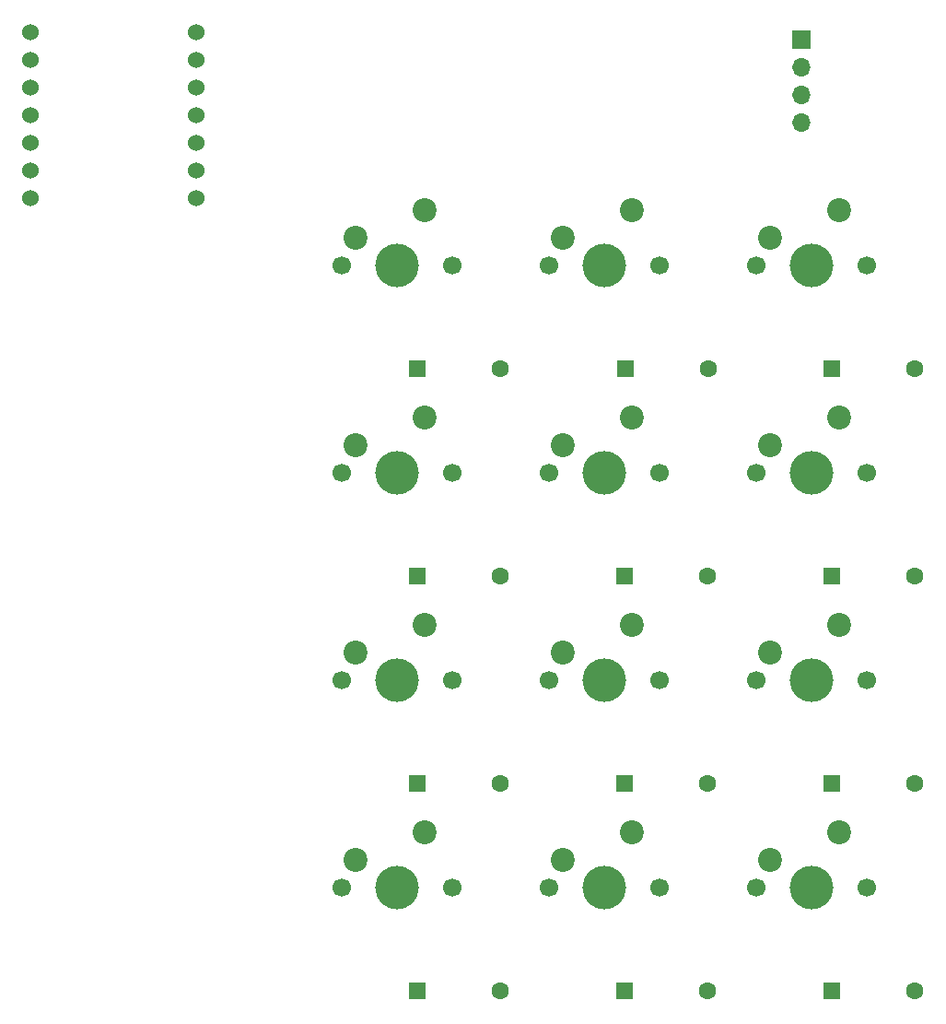
<source format=gbr>
%TF.GenerationSoftware,KiCad,Pcbnew,9.0.6*%
%TF.CreationDate,2025-12-29T13:42:38-07:00*%
%TF.ProjectId,RatPad,52617450-6164-42e6-9b69-6361645f7063,2*%
%TF.SameCoordinates,Original*%
%TF.FileFunction,Soldermask,Bot*%
%TF.FilePolarity,Negative*%
%FSLAX46Y46*%
G04 Gerber Fmt 4.6, Leading zero omitted, Abs format (unit mm)*
G04 Created by KiCad (PCBNEW 9.0.6) date 2025-12-29 13:42:38*
%MOMM*%
%LPD*%
G01*
G04 APERTURE LIST*
G04 Aperture macros list*
%AMRoundRect*
0 Rectangle with rounded corners*
0 $1 Rounding radius*
0 $2 $3 $4 $5 $6 $7 $8 $9 X,Y pos of 4 corners*
0 Add a 4 corners polygon primitive as box body*
4,1,4,$2,$3,$4,$5,$6,$7,$8,$9,$2,$3,0*
0 Add four circle primitives for the rounded corners*
1,1,$1+$1,$2,$3*
1,1,$1+$1,$4,$5*
1,1,$1+$1,$6,$7*
1,1,$1+$1,$8,$9*
0 Add four rect primitives between the rounded corners*
20,1,$1+$1,$2,$3,$4,$5,0*
20,1,$1+$1,$4,$5,$6,$7,0*
20,1,$1+$1,$6,$7,$8,$9,0*
20,1,$1+$1,$8,$9,$2,$3,0*%
G04 Aperture macros list end*
%ADD10C,1.700000*%
%ADD11C,4.000000*%
%ADD12C,2.200000*%
%ADD13RoundRect,0.250000X-0.550000X-0.550000X0.550000X-0.550000X0.550000X0.550000X-0.550000X0.550000X0*%
%ADD14C,1.600000*%
%ADD15R,1.700000X1.700000*%
%ADD16O,1.700000X1.700000*%
%ADD17C,1.524000*%
G04 APERTURE END LIST*
D10*
%TO.C,SW12*%
X177420000Y-136150000D03*
D11*
X182500000Y-136150000D03*
D10*
X187580000Y-136150000D03*
D12*
X185040000Y-131070000D03*
X178690000Y-133610000D03*
%TD*%
D10*
%TO.C,SW11*%
X177420000Y-117100000D03*
D11*
X182500000Y-117100000D03*
D10*
X187580000Y-117100000D03*
D12*
X185040000Y-112020000D03*
X178690000Y-114560000D03*
%TD*%
D10*
%TO.C,SW10*%
X177420000Y-98050000D03*
D11*
X182500000Y-98050000D03*
D10*
X187580000Y-98050000D03*
D12*
X185040000Y-92970000D03*
X178690000Y-95510000D03*
%TD*%
D10*
%TO.C,SW9*%
X177420000Y-79000000D03*
D11*
X182500000Y-79000000D03*
D10*
X187580000Y-79000000D03*
D12*
X185040000Y-73920000D03*
X178690000Y-76460000D03*
%TD*%
D10*
%TO.C,SW8*%
X158370000Y-136150000D03*
D11*
X163450000Y-136150000D03*
D10*
X168530000Y-136150000D03*
D12*
X165990000Y-131070000D03*
X159640000Y-133610000D03*
%TD*%
D10*
%TO.C,SW7*%
X158370000Y-117100000D03*
D11*
X163450000Y-117100000D03*
D10*
X168530000Y-117100000D03*
D12*
X165990000Y-112020000D03*
X159640000Y-114560000D03*
%TD*%
D10*
%TO.C,SW6*%
X158370000Y-98050000D03*
D11*
X163450000Y-98050000D03*
D10*
X168530000Y-98050000D03*
D12*
X165990000Y-92970000D03*
X159640000Y-95510000D03*
%TD*%
D10*
%TO.C,SW5*%
X158370000Y-79000000D03*
D11*
X163450000Y-79000000D03*
D10*
X168530000Y-79000000D03*
D12*
X165990000Y-73920000D03*
X159640000Y-76460000D03*
%TD*%
D10*
%TO.C,SW4*%
X139320000Y-136150000D03*
D11*
X144400000Y-136150000D03*
D10*
X149480000Y-136150000D03*
D12*
X146940000Y-131070000D03*
X140590000Y-133610000D03*
%TD*%
D10*
%TO.C,SW3*%
X139320000Y-117100000D03*
D11*
X144400000Y-117100000D03*
D10*
X149480000Y-117100000D03*
D12*
X146940000Y-112020000D03*
X140590000Y-114560000D03*
%TD*%
D10*
%TO.C,SW2*%
X139320000Y-98050000D03*
D11*
X144400000Y-98050000D03*
D10*
X149480000Y-98050000D03*
D12*
X146940000Y-92970000D03*
X140590000Y-95510000D03*
%TD*%
D10*
%TO.C,SW1*%
X139320000Y-79000000D03*
D11*
X144400000Y-79000000D03*
D10*
X149480000Y-79000000D03*
D12*
X146940000Y-73920000D03*
X140590000Y-76460000D03*
%TD*%
D13*
%TO.C,D28*%
X184405000Y-145675000D03*
D14*
X192025000Y-145675000D03*
%TD*%
D13*
%TO.C,D27*%
X165355000Y-145675000D03*
D14*
X172975000Y-145675000D03*
%TD*%
D13*
%TO.C,D26*%
X146305000Y-145675000D03*
D14*
X153925000Y-145675000D03*
%TD*%
D13*
%TO.C,D25*%
X184405000Y-126625000D03*
D14*
X192025000Y-126625000D03*
%TD*%
D13*
%TO.C,D24*%
X165355000Y-126625000D03*
D14*
X172975000Y-126625000D03*
%TD*%
D13*
%TO.C,D23*%
X146305000Y-126625000D03*
D14*
X153925000Y-126625000D03*
%TD*%
D13*
%TO.C,D22*%
X184405000Y-107575000D03*
D14*
X192025000Y-107575000D03*
%TD*%
D13*
%TO.C,D21*%
X165355000Y-107575000D03*
D14*
X172975000Y-107575000D03*
%TD*%
D13*
%TO.C,D20*%
X146305000Y-107575000D03*
D14*
X153925000Y-107575000D03*
%TD*%
D13*
%TO.C,D19*%
X184405000Y-88525000D03*
D14*
X192025000Y-88525000D03*
%TD*%
D13*
%TO.C,D18*%
X165405000Y-88525000D03*
D14*
X173025000Y-88525000D03*
%TD*%
D13*
%TO.C,D17*%
X146305000Y-88525000D03*
D14*
X153925000Y-88525000D03*
%TD*%
D15*
%TO.C,OLED1*%
X181615000Y-58305000D03*
D16*
X181615000Y-60845000D03*
X181615000Y-63385000D03*
X181615000Y-65925000D03*
%TD*%
D17*
%TO.C,U1*%
X126000000Y-57650000D03*
X126000000Y-60190000D03*
X126000000Y-62730000D03*
X126000000Y-65270000D03*
X126000000Y-67810000D03*
X126000000Y-70350000D03*
X126000000Y-72890000D03*
X110760000Y-72890000D03*
X110760000Y-70350000D03*
X110760000Y-67810000D03*
X110760000Y-65270000D03*
X110760000Y-62730000D03*
X110760000Y-60190000D03*
X110760000Y-57650000D03*
%TD*%
M02*

</source>
